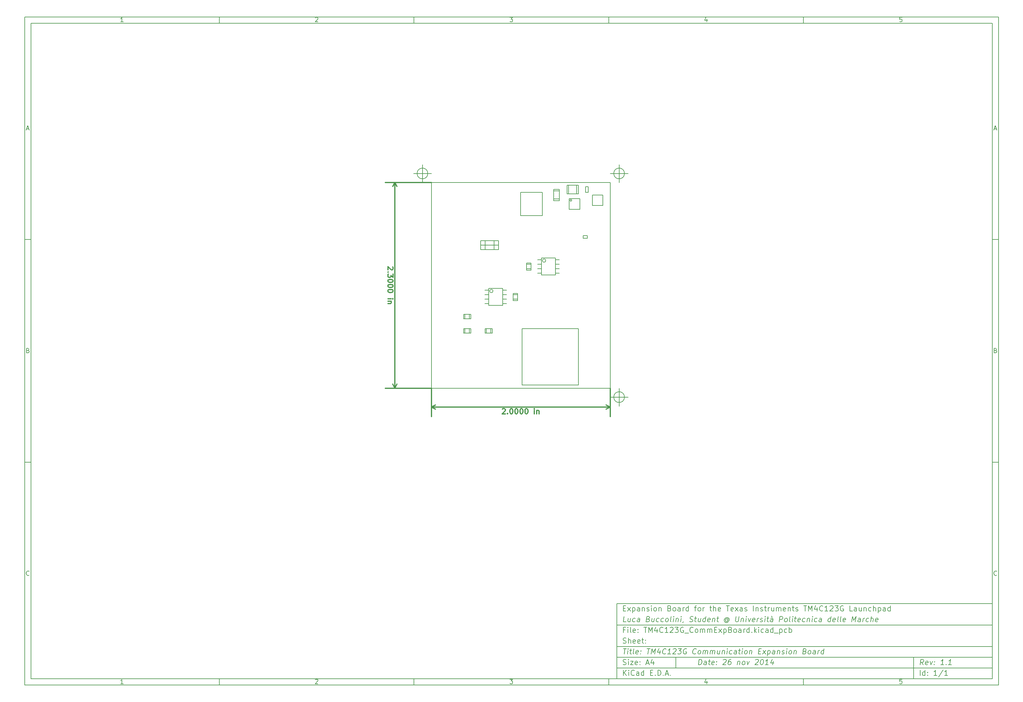
<source format=gbr>
G04 (created by PCBNEW (2013-07-07 BZR 4022)-stable) date 11/26/2014 18:45:40*
%MOIN*%
G04 Gerber Fmt 3.4, Leading zero omitted, Abs format*
%FSLAX34Y34*%
G01*
G70*
G90*
G04 APERTURE LIST*
%ADD10C,0.00590551*%
%ADD11C,0.00629921*%
%ADD12C,0.011811*%
%ADD13C,0.006*%
%ADD14C,0.005*%
%ADD15C,0.00708661*%
G04 APERTURE END LIST*
G54D10*
X4000Y-4000D02*
X112930Y-4000D01*
X112930Y-78680D01*
X4000Y-78680D01*
X4000Y-4000D01*
X4700Y-4700D02*
X112230Y-4700D01*
X112230Y-77980D01*
X4700Y-77980D01*
X4700Y-4700D01*
X25780Y-4000D02*
X25780Y-4700D01*
X15032Y-4552D02*
X14747Y-4552D01*
X14890Y-4552D02*
X14890Y-4052D01*
X14842Y-4123D01*
X14794Y-4171D01*
X14747Y-4195D01*
X25780Y-78680D02*
X25780Y-77980D01*
X15032Y-78532D02*
X14747Y-78532D01*
X14890Y-78532D02*
X14890Y-78032D01*
X14842Y-78103D01*
X14794Y-78151D01*
X14747Y-78175D01*
X47560Y-4000D02*
X47560Y-4700D01*
X36527Y-4100D02*
X36550Y-4076D01*
X36598Y-4052D01*
X36717Y-4052D01*
X36765Y-4076D01*
X36789Y-4100D01*
X36812Y-4147D01*
X36812Y-4195D01*
X36789Y-4266D01*
X36503Y-4552D01*
X36812Y-4552D01*
X47560Y-78680D02*
X47560Y-77980D01*
X36527Y-78080D02*
X36550Y-78056D01*
X36598Y-78032D01*
X36717Y-78032D01*
X36765Y-78056D01*
X36789Y-78080D01*
X36812Y-78127D01*
X36812Y-78175D01*
X36789Y-78246D01*
X36503Y-78532D01*
X36812Y-78532D01*
X69340Y-4000D02*
X69340Y-4700D01*
X58283Y-4052D02*
X58592Y-4052D01*
X58426Y-4242D01*
X58497Y-4242D01*
X58545Y-4266D01*
X58569Y-4290D01*
X58592Y-4338D01*
X58592Y-4457D01*
X58569Y-4504D01*
X58545Y-4528D01*
X58497Y-4552D01*
X58354Y-4552D01*
X58307Y-4528D01*
X58283Y-4504D01*
X69340Y-78680D02*
X69340Y-77980D01*
X58283Y-78032D02*
X58592Y-78032D01*
X58426Y-78222D01*
X58497Y-78222D01*
X58545Y-78246D01*
X58569Y-78270D01*
X58592Y-78318D01*
X58592Y-78437D01*
X58569Y-78484D01*
X58545Y-78508D01*
X58497Y-78532D01*
X58354Y-78532D01*
X58307Y-78508D01*
X58283Y-78484D01*
X91120Y-4000D02*
X91120Y-4700D01*
X80325Y-4219D02*
X80325Y-4552D01*
X80206Y-4028D02*
X80087Y-4385D01*
X80396Y-4385D01*
X91120Y-78680D02*
X91120Y-77980D01*
X80325Y-78199D02*
X80325Y-78532D01*
X80206Y-78008D02*
X80087Y-78365D01*
X80396Y-78365D01*
X102129Y-4052D02*
X101890Y-4052D01*
X101867Y-4290D01*
X101890Y-4266D01*
X101938Y-4242D01*
X102057Y-4242D01*
X102105Y-4266D01*
X102129Y-4290D01*
X102152Y-4338D01*
X102152Y-4457D01*
X102129Y-4504D01*
X102105Y-4528D01*
X102057Y-4552D01*
X101938Y-4552D01*
X101890Y-4528D01*
X101867Y-4504D01*
X102129Y-78032D02*
X101890Y-78032D01*
X101867Y-78270D01*
X101890Y-78246D01*
X101938Y-78222D01*
X102057Y-78222D01*
X102105Y-78246D01*
X102129Y-78270D01*
X102152Y-78318D01*
X102152Y-78437D01*
X102129Y-78484D01*
X102105Y-78508D01*
X102057Y-78532D01*
X101938Y-78532D01*
X101890Y-78508D01*
X101867Y-78484D01*
X4000Y-28890D02*
X4700Y-28890D01*
X4230Y-16509D02*
X4469Y-16509D01*
X4183Y-16652D02*
X4350Y-16152D01*
X4516Y-16652D01*
X112930Y-28890D02*
X112230Y-28890D01*
X112460Y-16509D02*
X112699Y-16509D01*
X112413Y-16652D02*
X112580Y-16152D01*
X112746Y-16652D01*
X4000Y-53780D02*
X4700Y-53780D01*
X4385Y-41280D02*
X4457Y-41304D01*
X4480Y-41328D01*
X4504Y-41375D01*
X4504Y-41447D01*
X4480Y-41494D01*
X4457Y-41518D01*
X4409Y-41542D01*
X4219Y-41542D01*
X4219Y-41042D01*
X4385Y-41042D01*
X4433Y-41066D01*
X4457Y-41090D01*
X4480Y-41137D01*
X4480Y-41185D01*
X4457Y-41232D01*
X4433Y-41256D01*
X4385Y-41280D01*
X4219Y-41280D01*
X112930Y-53780D02*
X112230Y-53780D01*
X112615Y-41280D02*
X112687Y-41304D01*
X112710Y-41328D01*
X112734Y-41375D01*
X112734Y-41447D01*
X112710Y-41494D01*
X112687Y-41518D01*
X112639Y-41542D01*
X112449Y-41542D01*
X112449Y-41042D01*
X112615Y-41042D01*
X112663Y-41066D01*
X112687Y-41090D01*
X112710Y-41137D01*
X112710Y-41185D01*
X112687Y-41232D01*
X112663Y-41256D01*
X112615Y-41280D01*
X112449Y-41280D01*
X4504Y-66384D02*
X4480Y-66408D01*
X4409Y-66432D01*
X4361Y-66432D01*
X4290Y-66408D01*
X4242Y-66360D01*
X4219Y-66313D01*
X4195Y-66218D01*
X4195Y-66146D01*
X4219Y-66051D01*
X4242Y-66003D01*
X4290Y-65956D01*
X4361Y-65932D01*
X4409Y-65932D01*
X4480Y-65956D01*
X4504Y-65980D01*
X112734Y-66384D02*
X112710Y-66408D01*
X112639Y-66432D01*
X112591Y-66432D01*
X112520Y-66408D01*
X112472Y-66360D01*
X112449Y-66313D01*
X112425Y-66218D01*
X112425Y-66146D01*
X112449Y-66051D01*
X112472Y-66003D01*
X112520Y-65956D01*
X112591Y-65932D01*
X112639Y-65932D01*
X112710Y-65956D01*
X112734Y-65980D01*
X79380Y-76422D02*
X79455Y-75822D01*
X79597Y-75822D01*
X79680Y-75851D01*
X79730Y-75908D01*
X79751Y-75965D01*
X79765Y-76080D01*
X79755Y-76165D01*
X79712Y-76280D01*
X79676Y-76337D01*
X79612Y-76394D01*
X79522Y-76422D01*
X79380Y-76422D01*
X80237Y-76422D02*
X80276Y-76108D01*
X80255Y-76051D01*
X80201Y-76022D01*
X80087Y-76022D01*
X80026Y-76051D01*
X80240Y-76394D02*
X80180Y-76422D01*
X80037Y-76422D01*
X79983Y-76394D01*
X79962Y-76337D01*
X79969Y-76280D01*
X80005Y-76222D01*
X80065Y-76194D01*
X80208Y-76194D01*
X80269Y-76165D01*
X80487Y-76022D02*
X80715Y-76022D01*
X80597Y-75822D02*
X80533Y-76337D01*
X80555Y-76394D01*
X80608Y-76422D01*
X80665Y-76422D01*
X81097Y-76394D02*
X81037Y-76422D01*
X80922Y-76422D01*
X80869Y-76394D01*
X80847Y-76337D01*
X80876Y-76108D01*
X80912Y-76051D01*
X80972Y-76022D01*
X81087Y-76022D01*
X81140Y-76051D01*
X81162Y-76108D01*
X81155Y-76165D01*
X80862Y-76222D01*
X81387Y-76365D02*
X81412Y-76394D01*
X81380Y-76422D01*
X81355Y-76394D01*
X81387Y-76365D01*
X81380Y-76422D01*
X81426Y-76051D02*
X81451Y-76080D01*
X81419Y-76108D01*
X81394Y-76080D01*
X81426Y-76051D01*
X81419Y-76108D01*
X82162Y-75880D02*
X82194Y-75851D01*
X82255Y-75822D01*
X82397Y-75822D01*
X82451Y-75851D01*
X82476Y-75880D01*
X82497Y-75937D01*
X82490Y-75994D01*
X82451Y-76080D01*
X82065Y-76422D01*
X82437Y-76422D01*
X83026Y-75822D02*
X82912Y-75822D01*
X82851Y-75851D01*
X82819Y-75880D01*
X82751Y-75965D01*
X82708Y-76080D01*
X82680Y-76308D01*
X82701Y-76365D01*
X82726Y-76394D01*
X82780Y-76422D01*
X82894Y-76422D01*
X82955Y-76394D01*
X82987Y-76365D01*
X83022Y-76308D01*
X83040Y-76165D01*
X83019Y-76108D01*
X82994Y-76080D01*
X82940Y-76051D01*
X82826Y-76051D01*
X82765Y-76080D01*
X82733Y-76108D01*
X82697Y-76165D01*
X83772Y-76022D02*
X83722Y-76422D01*
X83765Y-76080D02*
X83797Y-76051D01*
X83858Y-76022D01*
X83944Y-76022D01*
X83997Y-76051D01*
X84019Y-76108D01*
X83980Y-76422D01*
X84351Y-76422D02*
X84297Y-76394D01*
X84272Y-76365D01*
X84251Y-76308D01*
X84272Y-76137D01*
X84308Y-76080D01*
X84340Y-76051D01*
X84401Y-76022D01*
X84487Y-76022D01*
X84540Y-76051D01*
X84565Y-76080D01*
X84587Y-76137D01*
X84565Y-76308D01*
X84530Y-76365D01*
X84497Y-76394D01*
X84437Y-76422D01*
X84351Y-76422D01*
X84801Y-76022D02*
X84894Y-76422D01*
X85087Y-76022D01*
X85762Y-75880D02*
X85794Y-75851D01*
X85855Y-75822D01*
X85997Y-75822D01*
X86051Y-75851D01*
X86076Y-75880D01*
X86097Y-75937D01*
X86090Y-75994D01*
X86051Y-76080D01*
X85665Y-76422D01*
X86037Y-76422D01*
X86483Y-75822D02*
X86540Y-75822D01*
X86594Y-75851D01*
X86619Y-75880D01*
X86640Y-75937D01*
X86655Y-76051D01*
X86637Y-76194D01*
X86594Y-76308D01*
X86558Y-76365D01*
X86526Y-76394D01*
X86465Y-76422D01*
X86408Y-76422D01*
X86355Y-76394D01*
X86330Y-76365D01*
X86308Y-76308D01*
X86294Y-76194D01*
X86312Y-76051D01*
X86355Y-75937D01*
X86390Y-75880D01*
X86422Y-75851D01*
X86483Y-75822D01*
X87180Y-76422D02*
X86837Y-76422D01*
X87008Y-76422D02*
X87083Y-75822D01*
X87015Y-75908D01*
X86951Y-75965D01*
X86890Y-75994D01*
X87744Y-76022D02*
X87694Y-76422D01*
X87630Y-75794D02*
X87433Y-76222D01*
X87805Y-76222D01*
X70972Y-77622D02*
X70972Y-77022D01*
X71315Y-77622D02*
X71058Y-77280D01*
X71315Y-77022D02*
X70972Y-77365D01*
X71572Y-77622D02*
X71572Y-77222D01*
X71572Y-77022D02*
X71544Y-77051D01*
X71572Y-77080D01*
X71601Y-77051D01*
X71572Y-77022D01*
X71572Y-77080D01*
X72201Y-77565D02*
X72172Y-77594D01*
X72087Y-77622D01*
X72030Y-77622D01*
X71944Y-77594D01*
X71887Y-77537D01*
X71858Y-77480D01*
X71830Y-77365D01*
X71830Y-77280D01*
X71858Y-77165D01*
X71887Y-77108D01*
X71944Y-77051D01*
X72030Y-77022D01*
X72087Y-77022D01*
X72172Y-77051D01*
X72201Y-77080D01*
X72715Y-77622D02*
X72715Y-77308D01*
X72687Y-77251D01*
X72630Y-77222D01*
X72515Y-77222D01*
X72458Y-77251D01*
X72715Y-77594D02*
X72658Y-77622D01*
X72515Y-77622D01*
X72458Y-77594D01*
X72430Y-77537D01*
X72430Y-77480D01*
X72458Y-77422D01*
X72515Y-77394D01*
X72658Y-77394D01*
X72715Y-77365D01*
X73258Y-77622D02*
X73258Y-77022D01*
X73258Y-77594D02*
X73201Y-77622D01*
X73087Y-77622D01*
X73030Y-77594D01*
X73001Y-77565D01*
X72972Y-77508D01*
X72972Y-77337D01*
X73001Y-77280D01*
X73030Y-77251D01*
X73087Y-77222D01*
X73201Y-77222D01*
X73258Y-77251D01*
X74001Y-77308D02*
X74201Y-77308D01*
X74287Y-77622D02*
X74001Y-77622D01*
X74001Y-77022D01*
X74287Y-77022D01*
X74544Y-77565D02*
X74572Y-77594D01*
X74544Y-77622D01*
X74515Y-77594D01*
X74544Y-77565D01*
X74544Y-77622D01*
X74829Y-77622D02*
X74829Y-77022D01*
X74972Y-77022D01*
X75058Y-77051D01*
X75115Y-77108D01*
X75144Y-77165D01*
X75172Y-77280D01*
X75172Y-77365D01*
X75144Y-77480D01*
X75115Y-77537D01*
X75058Y-77594D01*
X74972Y-77622D01*
X74829Y-77622D01*
X75429Y-77565D02*
X75458Y-77594D01*
X75429Y-77622D01*
X75401Y-77594D01*
X75429Y-77565D01*
X75429Y-77622D01*
X75687Y-77451D02*
X75972Y-77451D01*
X75629Y-77622D02*
X75829Y-77022D01*
X76029Y-77622D01*
X76229Y-77565D02*
X76258Y-77594D01*
X76229Y-77622D01*
X76201Y-77594D01*
X76229Y-77565D01*
X76229Y-77622D01*
X104522Y-76422D02*
X104358Y-76137D01*
X104180Y-76422D02*
X104255Y-75822D01*
X104483Y-75822D01*
X104537Y-75851D01*
X104562Y-75880D01*
X104583Y-75937D01*
X104572Y-76022D01*
X104537Y-76080D01*
X104505Y-76108D01*
X104444Y-76137D01*
X104215Y-76137D01*
X105012Y-76394D02*
X104951Y-76422D01*
X104837Y-76422D01*
X104783Y-76394D01*
X104762Y-76337D01*
X104790Y-76108D01*
X104826Y-76051D01*
X104887Y-76022D01*
X105001Y-76022D01*
X105055Y-76051D01*
X105076Y-76108D01*
X105069Y-76165D01*
X104776Y-76222D01*
X105287Y-76022D02*
X105380Y-76422D01*
X105572Y-76022D01*
X105758Y-76365D02*
X105783Y-76394D01*
X105751Y-76422D01*
X105726Y-76394D01*
X105758Y-76365D01*
X105751Y-76422D01*
X105797Y-76051D02*
X105822Y-76080D01*
X105790Y-76108D01*
X105765Y-76080D01*
X105797Y-76051D01*
X105790Y-76108D01*
X106808Y-76422D02*
X106465Y-76422D01*
X106637Y-76422D02*
X106712Y-75822D01*
X106644Y-75908D01*
X106580Y-75965D01*
X106519Y-75994D01*
X107072Y-76365D02*
X107097Y-76394D01*
X107065Y-76422D01*
X107040Y-76394D01*
X107072Y-76365D01*
X107065Y-76422D01*
X107665Y-76422D02*
X107322Y-76422D01*
X107494Y-76422D02*
X107569Y-75822D01*
X107501Y-75908D01*
X107437Y-75965D01*
X107376Y-75994D01*
X70944Y-76394D02*
X71030Y-76422D01*
X71172Y-76422D01*
X71230Y-76394D01*
X71258Y-76365D01*
X71287Y-76308D01*
X71287Y-76251D01*
X71258Y-76194D01*
X71230Y-76165D01*
X71172Y-76137D01*
X71058Y-76108D01*
X71001Y-76080D01*
X70972Y-76051D01*
X70944Y-75994D01*
X70944Y-75937D01*
X70972Y-75880D01*
X71001Y-75851D01*
X71058Y-75822D01*
X71201Y-75822D01*
X71287Y-75851D01*
X71544Y-76422D02*
X71544Y-76022D01*
X71544Y-75822D02*
X71515Y-75851D01*
X71544Y-75880D01*
X71572Y-75851D01*
X71544Y-75822D01*
X71544Y-75880D01*
X71772Y-76022D02*
X72087Y-76022D01*
X71772Y-76422D01*
X72087Y-76422D01*
X72544Y-76394D02*
X72487Y-76422D01*
X72372Y-76422D01*
X72315Y-76394D01*
X72287Y-76337D01*
X72287Y-76108D01*
X72315Y-76051D01*
X72372Y-76022D01*
X72487Y-76022D01*
X72544Y-76051D01*
X72572Y-76108D01*
X72572Y-76165D01*
X72287Y-76222D01*
X72830Y-76365D02*
X72858Y-76394D01*
X72830Y-76422D01*
X72801Y-76394D01*
X72830Y-76365D01*
X72830Y-76422D01*
X72830Y-76051D02*
X72858Y-76080D01*
X72830Y-76108D01*
X72801Y-76080D01*
X72830Y-76051D01*
X72830Y-76108D01*
X73544Y-76251D02*
X73830Y-76251D01*
X73487Y-76422D02*
X73687Y-75822D01*
X73887Y-76422D01*
X74344Y-76022D02*
X74344Y-76422D01*
X74201Y-75794D02*
X74058Y-76222D01*
X74430Y-76222D01*
X104172Y-77622D02*
X104172Y-77022D01*
X104715Y-77622D02*
X104715Y-77022D01*
X104715Y-77594D02*
X104658Y-77622D01*
X104544Y-77622D01*
X104487Y-77594D01*
X104458Y-77565D01*
X104430Y-77508D01*
X104430Y-77337D01*
X104458Y-77280D01*
X104487Y-77251D01*
X104544Y-77222D01*
X104658Y-77222D01*
X104715Y-77251D01*
X105001Y-77565D02*
X105030Y-77594D01*
X105001Y-77622D01*
X104972Y-77594D01*
X105001Y-77565D01*
X105001Y-77622D01*
X105001Y-77251D02*
X105030Y-77280D01*
X105001Y-77308D01*
X104972Y-77280D01*
X105001Y-77251D01*
X105001Y-77308D01*
X106058Y-77622D02*
X105715Y-77622D01*
X105887Y-77622D02*
X105887Y-77022D01*
X105829Y-77108D01*
X105772Y-77165D01*
X105715Y-77194D01*
X106744Y-76994D02*
X106230Y-77765D01*
X107258Y-77622D02*
X106915Y-77622D01*
X107087Y-77622D02*
X107087Y-77022D01*
X107029Y-77108D01*
X106972Y-77165D01*
X106915Y-77194D01*
X70969Y-74622D02*
X71312Y-74622D01*
X71065Y-75222D02*
X71140Y-74622D01*
X71437Y-75222D02*
X71487Y-74822D01*
X71512Y-74622D02*
X71480Y-74651D01*
X71505Y-74680D01*
X71537Y-74651D01*
X71512Y-74622D01*
X71505Y-74680D01*
X71687Y-74822D02*
X71915Y-74822D01*
X71797Y-74622D02*
X71733Y-75137D01*
X71755Y-75194D01*
X71808Y-75222D01*
X71865Y-75222D01*
X72151Y-75222D02*
X72097Y-75194D01*
X72076Y-75137D01*
X72140Y-74622D01*
X72612Y-75194D02*
X72551Y-75222D01*
X72437Y-75222D01*
X72383Y-75194D01*
X72362Y-75137D01*
X72390Y-74908D01*
X72426Y-74851D01*
X72487Y-74822D01*
X72601Y-74822D01*
X72655Y-74851D01*
X72676Y-74908D01*
X72669Y-74965D01*
X72376Y-75022D01*
X72901Y-75165D02*
X72926Y-75194D01*
X72894Y-75222D01*
X72869Y-75194D01*
X72901Y-75165D01*
X72894Y-75222D01*
X72940Y-74851D02*
X72965Y-74880D01*
X72933Y-74908D01*
X72908Y-74880D01*
X72940Y-74851D01*
X72933Y-74908D01*
X73626Y-74622D02*
X73969Y-74622D01*
X73722Y-75222D02*
X73797Y-74622D01*
X74094Y-75222D02*
X74169Y-74622D01*
X74315Y-75051D01*
X74569Y-74622D01*
X74494Y-75222D01*
X75087Y-74822D02*
X75037Y-75222D01*
X74972Y-74594D02*
X74776Y-75022D01*
X75147Y-75022D01*
X75701Y-75165D02*
X75669Y-75194D01*
X75580Y-75222D01*
X75522Y-75222D01*
X75440Y-75194D01*
X75390Y-75137D01*
X75369Y-75080D01*
X75355Y-74965D01*
X75365Y-74880D01*
X75408Y-74765D01*
X75444Y-74708D01*
X75508Y-74651D01*
X75597Y-74622D01*
X75655Y-74622D01*
X75737Y-74651D01*
X75762Y-74680D01*
X76265Y-75222D02*
X75922Y-75222D01*
X76094Y-75222D02*
X76169Y-74622D01*
X76101Y-74708D01*
X76037Y-74765D01*
X75976Y-74794D01*
X76562Y-74680D02*
X76594Y-74651D01*
X76655Y-74622D01*
X76797Y-74622D01*
X76851Y-74651D01*
X76876Y-74680D01*
X76897Y-74737D01*
X76890Y-74794D01*
X76851Y-74880D01*
X76465Y-75222D01*
X76837Y-75222D01*
X77112Y-74622D02*
X77483Y-74622D01*
X77255Y-74851D01*
X77340Y-74851D01*
X77394Y-74880D01*
X77419Y-74908D01*
X77440Y-74965D01*
X77422Y-75108D01*
X77387Y-75165D01*
X77355Y-75194D01*
X77294Y-75222D01*
X77122Y-75222D01*
X77069Y-75194D01*
X77044Y-75165D01*
X78051Y-74651D02*
X77997Y-74622D01*
X77912Y-74622D01*
X77822Y-74651D01*
X77758Y-74708D01*
X77722Y-74765D01*
X77680Y-74880D01*
X77669Y-74965D01*
X77683Y-75080D01*
X77705Y-75137D01*
X77755Y-75194D01*
X77837Y-75222D01*
X77894Y-75222D01*
X77983Y-75194D01*
X78015Y-75165D01*
X78040Y-74965D01*
X77926Y-74965D01*
X79072Y-75165D02*
X79040Y-75194D01*
X78951Y-75222D01*
X78894Y-75222D01*
X78812Y-75194D01*
X78762Y-75137D01*
X78740Y-75080D01*
X78726Y-74965D01*
X78737Y-74880D01*
X78780Y-74765D01*
X78815Y-74708D01*
X78880Y-74651D01*
X78969Y-74622D01*
X79026Y-74622D01*
X79108Y-74651D01*
X79133Y-74680D01*
X79408Y-75222D02*
X79355Y-75194D01*
X79330Y-75165D01*
X79308Y-75108D01*
X79330Y-74937D01*
X79365Y-74880D01*
X79397Y-74851D01*
X79458Y-74822D01*
X79544Y-74822D01*
X79597Y-74851D01*
X79622Y-74880D01*
X79644Y-74937D01*
X79622Y-75108D01*
X79587Y-75165D01*
X79555Y-75194D01*
X79494Y-75222D01*
X79408Y-75222D01*
X79865Y-75222D02*
X79915Y-74822D01*
X79908Y-74880D02*
X79940Y-74851D01*
X80001Y-74822D01*
X80087Y-74822D01*
X80140Y-74851D01*
X80162Y-74908D01*
X80122Y-75222D01*
X80162Y-74908D02*
X80197Y-74851D01*
X80258Y-74822D01*
X80344Y-74822D01*
X80397Y-74851D01*
X80419Y-74908D01*
X80380Y-75222D01*
X80665Y-75222D02*
X80715Y-74822D01*
X80708Y-74880D02*
X80740Y-74851D01*
X80801Y-74822D01*
X80887Y-74822D01*
X80940Y-74851D01*
X80962Y-74908D01*
X80922Y-75222D01*
X80962Y-74908D02*
X80997Y-74851D01*
X81058Y-74822D01*
X81144Y-74822D01*
X81197Y-74851D01*
X81219Y-74908D01*
X81180Y-75222D01*
X81772Y-74822D02*
X81722Y-75222D01*
X81515Y-74822D02*
X81476Y-75137D01*
X81497Y-75194D01*
X81551Y-75222D01*
X81637Y-75222D01*
X81697Y-75194D01*
X81730Y-75165D01*
X82058Y-74822D02*
X82008Y-75222D01*
X82051Y-74880D02*
X82083Y-74851D01*
X82144Y-74822D01*
X82230Y-74822D01*
X82283Y-74851D01*
X82305Y-74908D01*
X82265Y-75222D01*
X82551Y-75222D02*
X82601Y-74822D01*
X82626Y-74622D02*
X82594Y-74651D01*
X82619Y-74680D01*
X82651Y-74651D01*
X82626Y-74622D01*
X82619Y-74680D01*
X83097Y-75194D02*
X83037Y-75222D01*
X82922Y-75222D01*
X82869Y-75194D01*
X82844Y-75165D01*
X82822Y-75108D01*
X82844Y-74937D01*
X82880Y-74880D01*
X82912Y-74851D01*
X82972Y-74822D01*
X83087Y-74822D01*
X83140Y-74851D01*
X83608Y-75222D02*
X83647Y-74908D01*
X83626Y-74851D01*
X83572Y-74822D01*
X83458Y-74822D01*
X83397Y-74851D01*
X83612Y-75194D02*
X83551Y-75222D01*
X83408Y-75222D01*
X83355Y-75194D01*
X83333Y-75137D01*
X83340Y-75080D01*
X83376Y-75022D01*
X83437Y-74994D01*
X83580Y-74994D01*
X83640Y-74965D01*
X83858Y-74822D02*
X84087Y-74822D01*
X83969Y-74622D02*
X83905Y-75137D01*
X83926Y-75194D01*
X83980Y-75222D01*
X84037Y-75222D01*
X84237Y-75222D02*
X84287Y-74822D01*
X84312Y-74622D02*
X84280Y-74651D01*
X84305Y-74680D01*
X84337Y-74651D01*
X84312Y-74622D01*
X84305Y-74680D01*
X84608Y-75222D02*
X84555Y-75194D01*
X84530Y-75165D01*
X84508Y-75108D01*
X84530Y-74937D01*
X84565Y-74880D01*
X84597Y-74851D01*
X84658Y-74822D01*
X84744Y-74822D01*
X84797Y-74851D01*
X84822Y-74880D01*
X84844Y-74937D01*
X84822Y-75108D01*
X84787Y-75165D01*
X84755Y-75194D01*
X84694Y-75222D01*
X84608Y-75222D01*
X85115Y-74822D02*
X85065Y-75222D01*
X85108Y-74880D02*
X85140Y-74851D01*
X85201Y-74822D01*
X85287Y-74822D01*
X85340Y-74851D01*
X85362Y-74908D01*
X85322Y-75222D01*
X86105Y-74908D02*
X86305Y-74908D01*
X86351Y-75222D02*
X86065Y-75222D01*
X86140Y-74622D01*
X86426Y-74622D01*
X86551Y-75222D02*
X86915Y-74822D01*
X86601Y-74822D02*
X86865Y-75222D01*
X87144Y-74822D02*
X87069Y-75422D01*
X87140Y-74851D02*
X87201Y-74822D01*
X87315Y-74822D01*
X87369Y-74851D01*
X87394Y-74880D01*
X87415Y-74937D01*
X87394Y-75108D01*
X87358Y-75165D01*
X87326Y-75194D01*
X87265Y-75222D01*
X87151Y-75222D01*
X87097Y-75194D01*
X87894Y-75222D02*
X87933Y-74908D01*
X87912Y-74851D01*
X87858Y-74822D01*
X87744Y-74822D01*
X87683Y-74851D01*
X87897Y-75194D02*
X87837Y-75222D01*
X87694Y-75222D01*
X87640Y-75194D01*
X87619Y-75137D01*
X87626Y-75080D01*
X87662Y-75022D01*
X87722Y-74994D01*
X87865Y-74994D01*
X87926Y-74965D01*
X88230Y-74822D02*
X88180Y-75222D01*
X88222Y-74880D02*
X88255Y-74851D01*
X88315Y-74822D01*
X88401Y-74822D01*
X88455Y-74851D01*
X88476Y-74908D01*
X88437Y-75222D01*
X88697Y-75194D02*
X88751Y-75222D01*
X88865Y-75222D01*
X88926Y-75194D01*
X88962Y-75137D01*
X88965Y-75108D01*
X88944Y-75051D01*
X88890Y-75022D01*
X88805Y-75022D01*
X88751Y-74994D01*
X88730Y-74937D01*
X88733Y-74908D01*
X88769Y-74851D01*
X88830Y-74822D01*
X88915Y-74822D01*
X88969Y-74851D01*
X89208Y-75222D02*
X89258Y-74822D01*
X89283Y-74622D02*
X89251Y-74651D01*
X89276Y-74680D01*
X89308Y-74651D01*
X89283Y-74622D01*
X89276Y-74680D01*
X89579Y-75222D02*
X89526Y-75194D01*
X89501Y-75165D01*
X89480Y-75108D01*
X89501Y-74937D01*
X89537Y-74880D01*
X89569Y-74851D01*
X89629Y-74822D01*
X89715Y-74822D01*
X89769Y-74851D01*
X89794Y-74880D01*
X89815Y-74937D01*
X89794Y-75108D01*
X89758Y-75165D01*
X89726Y-75194D01*
X89665Y-75222D01*
X89579Y-75222D01*
X90087Y-74822D02*
X90037Y-75222D01*
X90079Y-74880D02*
X90112Y-74851D01*
X90172Y-74822D01*
X90258Y-74822D01*
X90312Y-74851D01*
X90333Y-74908D01*
X90294Y-75222D01*
X91276Y-74908D02*
X91358Y-74937D01*
X91383Y-74965D01*
X91404Y-75022D01*
X91394Y-75108D01*
X91358Y-75165D01*
X91326Y-75194D01*
X91265Y-75222D01*
X91037Y-75222D01*
X91112Y-74622D01*
X91312Y-74622D01*
X91365Y-74651D01*
X91390Y-74680D01*
X91412Y-74737D01*
X91404Y-74794D01*
X91369Y-74851D01*
X91337Y-74880D01*
X91276Y-74908D01*
X91076Y-74908D01*
X91722Y-75222D02*
X91669Y-75194D01*
X91644Y-75165D01*
X91622Y-75108D01*
X91644Y-74937D01*
X91679Y-74880D01*
X91712Y-74851D01*
X91772Y-74822D01*
X91858Y-74822D01*
X91912Y-74851D01*
X91937Y-74880D01*
X91958Y-74937D01*
X91937Y-75108D01*
X91901Y-75165D01*
X91869Y-75194D01*
X91808Y-75222D01*
X91722Y-75222D01*
X92437Y-75222D02*
X92476Y-74908D01*
X92454Y-74851D01*
X92401Y-74822D01*
X92287Y-74822D01*
X92226Y-74851D01*
X92440Y-75194D02*
X92379Y-75222D01*
X92237Y-75222D01*
X92183Y-75194D01*
X92162Y-75137D01*
X92169Y-75080D01*
X92204Y-75022D01*
X92265Y-74994D01*
X92408Y-74994D01*
X92469Y-74965D01*
X92722Y-75222D02*
X92772Y-74822D01*
X92758Y-74937D02*
X92794Y-74880D01*
X92826Y-74851D01*
X92887Y-74822D01*
X92944Y-74822D01*
X93351Y-75222D02*
X93426Y-74622D01*
X93354Y-75194D02*
X93294Y-75222D01*
X93179Y-75222D01*
X93126Y-75194D01*
X93101Y-75165D01*
X93080Y-75108D01*
X93101Y-74937D01*
X93137Y-74880D01*
X93169Y-74851D01*
X93229Y-74822D01*
X93344Y-74822D01*
X93397Y-74851D01*
X71172Y-72508D02*
X70972Y-72508D01*
X70972Y-72822D02*
X70972Y-72222D01*
X71258Y-72222D01*
X71487Y-72822D02*
X71487Y-72422D01*
X71487Y-72222D02*
X71458Y-72251D01*
X71487Y-72280D01*
X71515Y-72251D01*
X71487Y-72222D01*
X71487Y-72280D01*
X71858Y-72822D02*
X71801Y-72794D01*
X71772Y-72737D01*
X71772Y-72222D01*
X72315Y-72794D02*
X72258Y-72822D01*
X72144Y-72822D01*
X72087Y-72794D01*
X72058Y-72737D01*
X72058Y-72508D01*
X72087Y-72451D01*
X72144Y-72422D01*
X72258Y-72422D01*
X72315Y-72451D01*
X72344Y-72508D01*
X72344Y-72565D01*
X72058Y-72622D01*
X72601Y-72765D02*
X72630Y-72794D01*
X72601Y-72822D01*
X72572Y-72794D01*
X72601Y-72765D01*
X72601Y-72822D01*
X72601Y-72451D02*
X72630Y-72480D01*
X72601Y-72508D01*
X72572Y-72480D01*
X72601Y-72451D01*
X72601Y-72508D01*
X73258Y-72222D02*
X73601Y-72222D01*
X73430Y-72822D02*
X73430Y-72222D01*
X73801Y-72822D02*
X73801Y-72222D01*
X74001Y-72651D01*
X74201Y-72222D01*
X74201Y-72822D01*
X74744Y-72422D02*
X74744Y-72822D01*
X74601Y-72194D02*
X74458Y-72622D01*
X74830Y-72622D01*
X75401Y-72765D02*
X75372Y-72794D01*
X75287Y-72822D01*
X75230Y-72822D01*
X75144Y-72794D01*
X75087Y-72737D01*
X75058Y-72680D01*
X75030Y-72565D01*
X75030Y-72480D01*
X75058Y-72365D01*
X75087Y-72308D01*
X75144Y-72251D01*
X75230Y-72222D01*
X75287Y-72222D01*
X75372Y-72251D01*
X75401Y-72280D01*
X75972Y-72822D02*
X75630Y-72822D01*
X75801Y-72822D02*
X75801Y-72222D01*
X75744Y-72308D01*
X75687Y-72365D01*
X75630Y-72394D01*
X76201Y-72280D02*
X76230Y-72251D01*
X76287Y-72222D01*
X76430Y-72222D01*
X76487Y-72251D01*
X76515Y-72280D01*
X76544Y-72337D01*
X76544Y-72394D01*
X76515Y-72480D01*
X76172Y-72822D01*
X76544Y-72822D01*
X76744Y-72222D02*
X77115Y-72222D01*
X76915Y-72451D01*
X77001Y-72451D01*
X77058Y-72480D01*
X77087Y-72508D01*
X77115Y-72565D01*
X77115Y-72708D01*
X77087Y-72765D01*
X77058Y-72794D01*
X77001Y-72822D01*
X76830Y-72822D01*
X76772Y-72794D01*
X76744Y-72765D01*
X77687Y-72251D02*
X77630Y-72222D01*
X77544Y-72222D01*
X77458Y-72251D01*
X77401Y-72308D01*
X77372Y-72365D01*
X77344Y-72480D01*
X77344Y-72565D01*
X77372Y-72680D01*
X77401Y-72737D01*
X77458Y-72794D01*
X77544Y-72822D01*
X77601Y-72822D01*
X77687Y-72794D01*
X77715Y-72765D01*
X77715Y-72565D01*
X77601Y-72565D01*
X77830Y-72880D02*
X78287Y-72880D01*
X78772Y-72765D02*
X78744Y-72794D01*
X78658Y-72822D01*
X78601Y-72822D01*
X78515Y-72794D01*
X78458Y-72737D01*
X78430Y-72680D01*
X78401Y-72565D01*
X78401Y-72480D01*
X78430Y-72365D01*
X78458Y-72308D01*
X78515Y-72251D01*
X78601Y-72222D01*
X78658Y-72222D01*
X78744Y-72251D01*
X78772Y-72280D01*
X79115Y-72822D02*
X79058Y-72794D01*
X79030Y-72765D01*
X79001Y-72708D01*
X79001Y-72537D01*
X79030Y-72480D01*
X79058Y-72451D01*
X79115Y-72422D01*
X79201Y-72422D01*
X79258Y-72451D01*
X79287Y-72480D01*
X79315Y-72537D01*
X79315Y-72708D01*
X79287Y-72765D01*
X79258Y-72794D01*
X79201Y-72822D01*
X79115Y-72822D01*
X79572Y-72822D02*
X79572Y-72422D01*
X79572Y-72480D02*
X79601Y-72451D01*
X79658Y-72422D01*
X79744Y-72422D01*
X79801Y-72451D01*
X79830Y-72508D01*
X79830Y-72822D01*
X79830Y-72508D02*
X79858Y-72451D01*
X79915Y-72422D01*
X80001Y-72422D01*
X80058Y-72451D01*
X80087Y-72508D01*
X80087Y-72822D01*
X80372Y-72822D02*
X80372Y-72422D01*
X80372Y-72480D02*
X80401Y-72451D01*
X80458Y-72422D01*
X80544Y-72422D01*
X80601Y-72451D01*
X80630Y-72508D01*
X80630Y-72822D01*
X80630Y-72508D02*
X80658Y-72451D01*
X80715Y-72422D01*
X80801Y-72422D01*
X80858Y-72451D01*
X80887Y-72508D01*
X80887Y-72822D01*
X81172Y-72508D02*
X81372Y-72508D01*
X81458Y-72822D02*
X81172Y-72822D01*
X81172Y-72222D01*
X81458Y-72222D01*
X81658Y-72822D02*
X81972Y-72422D01*
X81658Y-72422D02*
X81972Y-72822D01*
X82201Y-72422D02*
X82201Y-73022D01*
X82201Y-72451D02*
X82258Y-72422D01*
X82372Y-72422D01*
X82430Y-72451D01*
X82458Y-72480D01*
X82487Y-72537D01*
X82487Y-72708D01*
X82458Y-72765D01*
X82430Y-72794D01*
X82372Y-72822D01*
X82258Y-72822D01*
X82201Y-72794D01*
X82944Y-72508D02*
X83030Y-72537D01*
X83058Y-72565D01*
X83087Y-72622D01*
X83087Y-72708D01*
X83058Y-72765D01*
X83030Y-72794D01*
X82972Y-72822D01*
X82744Y-72822D01*
X82744Y-72222D01*
X82944Y-72222D01*
X83001Y-72251D01*
X83030Y-72280D01*
X83058Y-72337D01*
X83058Y-72394D01*
X83030Y-72451D01*
X83001Y-72480D01*
X82944Y-72508D01*
X82744Y-72508D01*
X83430Y-72822D02*
X83372Y-72794D01*
X83344Y-72765D01*
X83315Y-72708D01*
X83315Y-72537D01*
X83344Y-72480D01*
X83372Y-72451D01*
X83430Y-72422D01*
X83515Y-72422D01*
X83572Y-72451D01*
X83601Y-72480D01*
X83630Y-72537D01*
X83630Y-72708D01*
X83601Y-72765D01*
X83572Y-72794D01*
X83515Y-72822D01*
X83430Y-72822D01*
X84144Y-72822D02*
X84144Y-72508D01*
X84115Y-72451D01*
X84058Y-72422D01*
X83944Y-72422D01*
X83887Y-72451D01*
X84144Y-72794D02*
X84087Y-72822D01*
X83944Y-72822D01*
X83887Y-72794D01*
X83858Y-72737D01*
X83858Y-72680D01*
X83887Y-72622D01*
X83944Y-72594D01*
X84087Y-72594D01*
X84144Y-72565D01*
X84430Y-72822D02*
X84430Y-72422D01*
X84430Y-72537D02*
X84458Y-72480D01*
X84487Y-72451D01*
X84544Y-72422D01*
X84601Y-72422D01*
X85058Y-72822D02*
X85058Y-72222D01*
X85058Y-72794D02*
X85001Y-72822D01*
X84887Y-72822D01*
X84830Y-72794D01*
X84801Y-72765D01*
X84772Y-72708D01*
X84772Y-72537D01*
X84801Y-72480D01*
X84830Y-72451D01*
X84887Y-72422D01*
X85001Y-72422D01*
X85058Y-72451D01*
X85344Y-72765D02*
X85372Y-72794D01*
X85344Y-72822D01*
X85315Y-72794D01*
X85344Y-72765D01*
X85344Y-72822D01*
X85630Y-72822D02*
X85630Y-72222D01*
X85687Y-72594D02*
X85858Y-72822D01*
X85858Y-72422D02*
X85630Y-72651D01*
X86115Y-72822D02*
X86115Y-72422D01*
X86115Y-72222D02*
X86087Y-72251D01*
X86115Y-72280D01*
X86144Y-72251D01*
X86115Y-72222D01*
X86115Y-72280D01*
X86658Y-72794D02*
X86601Y-72822D01*
X86487Y-72822D01*
X86430Y-72794D01*
X86401Y-72765D01*
X86372Y-72708D01*
X86372Y-72537D01*
X86401Y-72480D01*
X86430Y-72451D01*
X86487Y-72422D01*
X86601Y-72422D01*
X86658Y-72451D01*
X87172Y-72822D02*
X87172Y-72508D01*
X87144Y-72451D01*
X87087Y-72422D01*
X86972Y-72422D01*
X86915Y-72451D01*
X87172Y-72794D02*
X87115Y-72822D01*
X86972Y-72822D01*
X86915Y-72794D01*
X86887Y-72737D01*
X86887Y-72680D01*
X86915Y-72622D01*
X86972Y-72594D01*
X87115Y-72594D01*
X87172Y-72565D01*
X87715Y-72822D02*
X87715Y-72222D01*
X87715Y-72794D02*
X87658Y-72822D01*
X87544Y-72822D01*
X87487Y-72794D01*
X87458Y-72765D01*
X87430Y-72708D01*
X87430Y-72537D01*
X87458Y-72480D01*
X87487Y-72451D01*
X87544Y-72422D01*
X87658Y-72422D01*
X87715Y-72451D01*
X87858Y-72880D02*
X88315Y-72880D01*
X88458Y-72422D02*
X88458Y-73022D01*
X88458Y-72451D02*
X88515Y-72422D01*
X88630Y-72422D01*
X88687Y-72451D01*
X88715Y-72480D01*
X88744Y-72537D01*
X88744Y-72708D01*
X88715Y-72765D01*
X88687Y-72794D01*
X88630Y-72822D01*
X88515Y-72822D01*
X88458Y-72794D01*
X89258Y-72794D02*
X89201Y-72822D01*
X89087Y-72822D01*
X89030Y-72794D01*
X89001Y-72765D01*
X88972Y-72708D01*
X88972Y-72537D01*
X89001Y-72480D01*
X89030Y-72451D01*
X89087Y-72422D01*
X89201Y-72422D01*
X89258Y-72451D01*
X89515Y-72822D02*
X89515Y-72222D01*
X89515Y-72451D02*
X89572Y-72422D01*
X89687Y-72422D01*
X89744Y-72451D01*
X89772Y-72480D01*
X89801Y-72537D01*
X89801Y-72708D01*
X89772Y-72765D01*
X89744Y-72794D01*
X89687Y-72822D01*
X89572Y-72822D01*
X89515Y-72794D01*
X70944Y-73994D02*
X71030Y-74022D01*
X71172Y-74022D01*
X71230Y-73994D01*
X71258Y-73965D01*
X71287Y-73908D01*
X71287Y-73851D01*
X71258Y-73794D01*
X71230Y-73765D01*
X71172Y-73737D01*
X71058Y-73708D01*
X71001Y-73680D01*
X70972Y-73651D01*
X70944Y-73594D01*
X70944Y-73537D01*
X70972Y-73480D01*
X71001Y-73451D01*
X71058Y-73422D01*
X71201Y-73422D01*
X71287Y-73451D01*
X71544Y-74022D02*
X71544Y-73422D01*
X71801Y-74022D02*
X71801Y-73708D01*
X71772Y-73651D01*
X71715Y-73622D01*
X71630Y-73622D01*
X71572Y-73651D01*
X71544Y-73680D01*
X72315Y-73994D02*
X72258Y-74022D01*
X72144Y-74022D01*
X72087Y-73994D01*
X72058Y-73937D01*
X72058Y-73708D01*
X72087Y-73651D01*
X72144Y-73622D01*
X72258Y-73622D01*
X72315Y-73651D01*
X72344Y-73708D01*
X72344Y-73765D01*
X72058Y-73822D01*
X72830Y-73994D02*
X72772Y-74022D01*
X72658Y-74022D01*
X72601Y-73994D01*
X72572Y-73937D01*
X72572Y-73708D01*
X72601Y-73651D01*
X72658Y-73622D01*
X72772Y-73622D01*
X72830Y-73651D01*
X72858Y-73708D01*
X72858Y-73765D01*
X72572Y-73822D01*
X73030Y-73622D02*
X73258Y-73622D01*
X73115Y-73422D02*
X73115Y-73937D01*
X73144Y-73994D01*
X73201Y-74022D01*
X73258Y-74022D01*
X73458Y-73965D02*
X73487Y-73994D01*
X73458Y-74022D01*
X73430Y-73994D01*
X73458Y-73965D01*
X73458Y-74022D01*
X73458Y-73651D02*
X73487Y-73680D01*
X73458Y-73708D01*
X73430Y-73680D01*
X73458Y-73651D01*
X73458Y-73708D01*
X71265Y-71622D02*
X70980Y-71622D01*
X71055Y-71022D01*
X71772Y-71222D02*
X71722Y-71622D01*
X71515Y-71222D02*
X71476Y-71537D01*
X71497Y-71594D01*
X71551Y-71622D01*
X71637Y-71622D01*
X71697Y-71594D01*
X71730Y-71565D01*
X72269Y-71594D02*
X72208Y-71622D01*
X72094Y-71622D01*
X72040Y-71594D01*
X72015Y-71565D01*
X71994Y-71508D01*
X72015Y-71337D01*
X72051Y-71280D01*
X72083Y-71251D01*
X72144Y-71222D01*
X72258Y-71222D01*
X72312Y-71251D01*
X72780Y-71622D02*
X72819Y-71308D01*
X72797Y-71251D01*
X72744Y-71222D01*
X72630Y-71222D01*
X72569Y-71251D01*
X72783Y-71594D02*
X72722Y-71622D01*
X72580Y-71622D01*
X72526Y-71594D01*
X72505Y-71537D01*
X72512Y-71480D01*
X72547Y-71422D01*
X72608Y-71394D01*
X72751Y-71394D01*
X72812Y-71365D01*
X73762Y-71308D02*
X73844Y-71337D01*
X73869Y-71365D01*
X73890Y-71422D01*
X73880Y-71508D01*
X73844Y-71565D01*
X73812Y-71594D01*
X73751Y-71622D01*
X73522Y-71622D01*
X73597Y-71022D01*
X73797Y-71022D01*
X73851Y-71051D01*
X73876Y-71080D01*
X73897Y-71137D01*
X73890Y-71194D01*
X73854Y-71251D01*
X73822Y-71280D01*
X73762Y-71308D01*
X73562Y-71308D01*
X74430Y-71222D02*
X74380Y-71622D01*
X74172Y-71222D02*
X74133Y-71537D01*
X74155Y-71594D01*
X74208Y-71622D01*
X74294Y-71622D01*
X74355Y-71594D01*
X74387Y-71565D01*
X74926Y-71594D02*
X74865Y-71622D01*
X74751Y-71622D01*
X74697Y-71594D01*
X74672Y-71565D01*
X74651Y-71508D01*
X74672Y-71337D01*
X74708Y-71280D01*
X74740Y-71251D01*
X74801Y-71222D01*
X74915Y-71222D01*
X74969Y-71251D01*
X75440Y-71594D02*
X75380Y-71622D01*
X75265Y-71622D01*
X75212Y-71594D01*
X75187Y-71565D01*
X75165Y-71508D01*
X75187Y-71337D01*
X75222Y-71280D01*
X75255Y-71251D01*
X75315Y-71222D01*
X75430Y-71222D01*
X75483Y-71251D01*
X75780Y-71622D02*
X75726Y-71594D01*
X75701Y-71565D01*
X75680Y-71508D01*
X75701Y-71337D01*
X75737Y-71280D01*
X75769Y-71251D01*
X75830Y-71222D01*
X75915Y-71222D01*
X75969Y-71251D01*
X75994Y-71280D01*
X76015Y-71337D01*
X75994Y-71508D01*
X75958Y-71565D01*
X75926Y-71594D01*
X75865Y-71622D01*
X75780Y-71622D01*
X76322Y-71622D02*
X76269Y-71594D01*
X76247Y-71537D01*
X76312Y-71022D01*
X76551Y-71622D02*
X76601Y-71222D01*
X76626Y-71022D02*
X76594Y-71051D01*
X76619Y-71080D01*
X76651Y-71051D01*
X76626Y-71022D01*
X76619Y-71080D01*
X76887Y-71222D02*
X76837Y-71622D01*
X76880Y-71280D02*
X76912Y-71251D01*
X76972Y-71222D01*
X77058Y-71222D01*
X77112Y-71251D01*
X77133Y-71308D01*
X77094Y-71622D01*
X77380Y-71622D02*
X77430Y-71222D01*
X77455Y-71022D02*
X77422Y-71051D01*
X77447Y-71080D01*
X77480Y-71051D01*
X77455Y-71022D01*
X77447Y-71080D01*
X77697Y-71594D02*
X77694Y-71622D01*
X77658Y-71680D01*
X77626Y-71708D01*
X78383Y-71594D02*
X78465Y-71622D01*
X78608Y-71622D01*
X78669Y-71594D01*
X78701Y-71565D01*
X78737Y-71508D01*
X78744Y-71451D01*
X78722Y-71394D01*
X78697Y-71365D01*
X78644Y-71337D01*
X78533Y-71308D01*
X78480Y-71280D01*
X78454Y-71251D01*
X78433Y-71194D01*
X78440Y-71137D01*
X78476Y-71080D01*
X78508Y-71051D01*
X78569Y-71022D01*
X78712Y-71022D01*
X78794Y-71051D01*
X78944Y-71222D02*
X79172Y-71222D01*
X79055Y-71022D02*
X78990Y-71537D01*
X79012Y-71594D01*
X79065Y-71622D01*
X79122Y-71622D01*
X79630Y-71222D02*
X79580Y-71622D01*
X79372Y-71222D02*
X79333Y-71537D01*
X79355Y-71594D01*
X79408Y-71622D01*
X79494Y-71622D01*
X79555Y-71594D01*
X79587Y-71565D01*
X80122Y-71622D02*
X80197Y-71022D01*
X80126Y-71594D02*
X80065Y-71622D01*
X79951Y-71622D01*
X79897Y-71594D01*
X79872Y-71565D01*
X79851Y-71508D01*
X79872Y-71337D01*
X79908Y-71280D01*
X79940Y-71251D01*
X80001Y-71222D01*
X80115Y-71222D01*
X80169Y-71251D01*
X80640Y-71594D02*
X80580Y-71622D01*
X80465Y-71622D01*
X80412Y-71594D01*
X80390Y-71537D01*
X80419Y-71308D01*
X80454Y-71251D01*
X80515Y-71222D01*
X80630Y-71222D01*
X80683Y-71251D01*
X80705Y-71308D01*
X80697Y-71365D01*
X80405Y-71422D01*
X80972Y-71222D02*
X80922Y-71622D01*
X80965Y-71280D02*
X80997Y-71251D01*
X81058Y-71222D01*
X81144Y-71222D01*
X81197Y-71251D01*
X81219Y-71308D01*
X81180Y-71622D01*
X81430Y-71222D02*
X81658Y-71222D01*
X81540Y-71022D02*
X81476Y-71537D01*
X81497Y-71594D01*
X81551Y-71622D01*
X81608Y-71622D01*
X82672Y-71337D02*
X82647Y-71308D01*
X82594Y-71280D01*
X82537Y-71280D01*
X82476Y-71308D01*
X82444Y-71337D01*
X82408Y-71394D01*
X82401Y-71451D01*
X82422Y-71508D01*
X82447Y-71537D01*
X82501Y-71565D01*
X82558Y-71565D01*
X82619Y-71537D01*
X82651Y-71508D01*
X82680Y-71280D02*
X82651Y-71508D01*
X82676Y-71537D01*
X82705Y-71537D01*
X82765Y-71508D01*
X82801Y-71451D01*
X82819Y-71308D01*
X82772Y-71222D01*
X82694Y-71165D01*
X82583Y-71137D01*
X82465Y-71165D01*
X82372Y-71222D01*
X82305Y-71308D01*
X82262Y-71422D01*
X82276Y-71537D01*
X82322Y-71622D01*
X82401Y-71680D01*
X82512Y-71708D01*
X82630Y-71680D01*
X82722Y-71622D01*
X83569Y-71022D02*
X83508Y-71508D01*
X83530Y-71565D01*
X83555Y-71594D01*
X83608Y-71622D01*
X83722Y-71622D01*
X83783Y-71594D01*
X83815Y-71565D01*
X83851Y-71508D01*
X83912Y-71022D01*
X84172Y-71222D02*
X84122Y-71622D01*
X84165Y-71280D02*
X84197Y-71251D01*
X84258Y-71222D01*
X84344Y-71222D01*
X84397Y-71251D01*
X84419Y-71308D01*
X84380Y-71622D01*
X84665Y-71622D02*
X84715Y-71222D01*
X84740Y-71022D02*
X84708Y-71051D01*
X84733Y-71080D01*
X84765Y-71051D01*
X84740Y-71022D01*
X84733Y-71080D01*
X84944Y-71222D02*
X85037Y-71622D01*
X85230Y-71222D01*
X85640Y-71594D02*
X85580Y-71622D01*
X85465Y-71622D01*
X85412Y-71594D01*
X85390Y-71537D01*
X85419Y-71308D01*
X85454Y-71251D01*
X85515Y-71222D01*
X85630Y-71222D01*
X85683Y-71251D01*
X85705Y-71308D01*
X85697Y-71365D01*
X85405Y-71422D01*
X85922Y-71622D02*
X85972Y-71222D01*
X85958Y-71337D02*
X85994Y-71280D01*
X86026Y-71251D01*
X86087Y-71222D01*
X86144Y-71222D01*
X86269Y-71594D02*
X86322Y-71622D01*
X86437Y-71622D01*
X86497Y-71594D01*
X86533Y-71537D01*
X86537Y-71508D01*
X86515Y-71451D01*
X86462Y-71422D01*
X86376Y-71422D01*
X86322Y-71394D01*
X86301Y-71337D01*
X86305Y-71308D01*
X86340Y-71251D01*
X86401Y-71222D01*
X86487Y-71222D01*
X86540Y-71251D01*
X86780Y-71622D02*
X86830Y-71222D01*
X86855Y-71022D02*
X86822Y-71051D01*
X86847Y-71080D01*
X86880Y-71051D01*
X86855Y-71022D01*
X86847Y-71080D01*
X87030Y-71222D02*
X87258Y-71222D01*
X87140Y-71022D02*
X87076Y-71537D01*
X87097Y-71594D01*
X87151Y-71622D01*
X87208Y-71622D01*
X87665Y-71622D02*
X87705Y-71308D01*
X87683Y-71251D01*
X87630Y-71222D01*
X87515Y-71222D01*
X87454Y-71251D01*
X87669Y-71594D02*
X87608Y-71622D01*
X87465Y-71622D01*
X87412Y-71594D01*
X87390Y-71537D01*
X87397Y-71480D01*
X87433Y-71422D01*
X87494Y-71394D01*
X87637Y-71394D01*
X87697Y-71365D01*
X87544Y-70994D02*
X87619Y-71080D01*
X88408Y-71622D02*
X88483Y-71022D01*
X88712Y-71022D01*
X88765Y-71051D01*
X88790Y-71080D01*
X88812Y-71137D01*
X88801Y-71222D01*
X88765Y-71280D01*
X88733Y-71308D01*
X88672Y-71337D01*
X88444Y-71337D01*
X89094Y-71622D02*
X89040Y-71594D01*
X89015Y-71565D01*
X88994Y-71508D01*
X89015Y-71337D01*
X89051Y-71280D01*
X89083Y-71251D01*
X89144Y-71222D01*
X89230Y-71222D01*
X89283Y-71251D01*
X89308Y-71280D01*
X89329Y-71337D01*
X89308Y-71508D01*
X89272Y-71565D01*
X89240Y-71594D01*
X89180Y-71622D01*
X89094Y-71622D01*
X89637Y-71622D02*
X89583Y-71594D01*
X89562Y-71537D01*
X89626Y-71022D01*
X89865Y-71622D02*
X89915Y-71222D01*
X89940Y-71022D02*
X89908Y-71051D01*
X89933Y-71080D01*
X89965Y-71051D01*
X89940Y-71022D01*
X89933Y-71080D01*
X90115Y-71222D02*
X90344Y-71222D01*
X90226Y-71022D02*
X90162Y-71537D01*
X90183Y-71594D01*
X90237Y-71622D01*
X90294Y-71622D01*
X90726Y-71594D02*
X90665Y-71622D01*
X90551Y-71622D01*
X90497Y-71594D01*
X90476Y-71537D01*
X90505Y-71308D01*
X90540Y-71251D01*
X90601Y-71222D01*
X90715Y-71222D01*
X90769Y-71251D01*
X90790Y-71308D01*
X90783Y-71365D01*
X90490Y-71422D01*
X91269Y-71594D02*
X91208Y-71622D01*
X91094Y-71622D01*
X91040Y-71594D01*
X91015Y-71565D01*
X90994Y-71508D01*
X91015Y-71337D01*
X91051Y-71280D01*
X91083Y-71251D01*
X91144Y-71222D01*
X91258Y-71222D01*
X91312Y-71251D01*
X91572Y-71222D02*
X91522Y-71622D01*
X91565Y-71280D02*
X91597Y-71251D01*
X91658Y-71222D01*
X91744Y-71222D01*
X91797Y-71251D01*
X91819Y-71308D01*
X91780Y-71622D01*
X92065Y-71622D02*
X92115Y-71222D01*
X92140Y-71022D02*
X92108Y-71051D01*
X92133Y-71080D01*
X92165Y-71051D01*
X92140Y-71022D01*
X92133Y-71080D01*
X92612Y-71594D02*
X92551Y-71622D01*
X92437Y-71622D01*
X92383Y-71594D01*
X92358Y-71565D01*
X92337Y-71508D01*
X92358Y-71337D01*
X92394Y-71280D01*
X92426Y-71251D01*
X92487Y-71222D01*
X92601Y-71222D01*
X92654Y-71251D01*
X93122Y-71622D02*
X93162Y-71308D01*
X93140Y-71251D01*
X93087Y-71222D01*
X92972Y-71222D01*
X92912Y-71251D01*
X93126Y-71594D02*
X93065Y-71622D01*
X92922Y-71622D01*
X92869Y-71594D01*
X92847Y-71537D01*
X92855Y-71480D01*
X92890Y-71422D01*
X92951Y-71394D01*
X93094Y-71394D01*
X93155Y-71365D01*
X94122Y-71622D02*
X94197Y-71022D01*
X94126Y-71594D02*
X94065Y-71622D01*
X93951Y-71622D01*
X93897Y-71594D01*
X93872Y-71565D01*
X93851Y-71508D01*
X93872Y-71337D01*
X93908Y-71280D01*
X93940Y-71251D01*
X94001Y-71222D01*
X94115Y-71222D01*
X94169Y-71251D01*
X94640Y-71594D02*
X94580Y-71622D01*
X94465Y-71622D01*
X94412Y-71594D01*
X94390Y-71537D01*
X94419Y-71308D01*
X94454Y-71251D01*
X94515Y-71222D01*
X94630Y-71222D01*
X94683Y-71251D01*
X94705Y-71308D01*
X94697Y-71365D01*
X94405Y-71422D01*
X95008Y-71622D02*
X94955Y-71594D01*
X94933Y-71537D01*
X94997Y-71022D01*
X95322Y-71622D02*
X95269Y-71594D01*
X95247Y-71537D01*
X95312Y-71022D01*
X95783Y-71594D02*
X95722Y-71622D01*
X95608Y-71622D01*
X95555Y-71594D01*
X95533Y-71537D01*
X95562Y-71308D01*
X95597Y-71251D01*
X95658Y-71222D01*
X95772Y-71222D01*
X95826Y-71251D01*
X95847Y-71308D01*
X95840Y-71365D01*
X95547Y-71422D01*
X96522Y-71622D02*
X96597Y-71022D01*
X96744Y-71451D01*
X96997Y-71022D01*
X96922Y-71622D01*
X97465Y-71622D02*
X97505Y-71308D01*
X97483Y-71251D01*
X97430Y-71222D01*
X97315Y-71222D01*
X97255Y-71251D01*
X97469Y-71594D02*
X97408Y-71622D01*
X97265Y-71622D01*
X97212Y-71594D01*
X97190Y-71537D01*
X97197Y-71480D01*
X97233Y-71422D01*
X97294Y-71394D01*
X97437Y-71394D01*
X97497Y-71365D01*
X97751Y-71622D02*
X97801Y-71222D01*
X97787Y-71337D02*
X97822Y-71280D01*
X97855Y-71251D01*
X97915Y-71222D01*
X97972Y-71222D01*
X98383Y-71594D02*
X98322Y-71622D01*
X98208Y-71622D01*
X98155Y-71594D01*
X98130Y-71565D01*
X98108Y-71508D01*
X98130Y-71337D01*
X98165Y-71280D01*
X98197Y-71251D01*
X98258Y-71222D01*
X98372Y-71222D01*
X98426Y-71251D01*
X98637Y-71622D02*
X98712Y-71022D01*
X98894Y-71622D02*
X98933Y-71308D01*
X98912Y-71251D01*
X98858Y-71222D01*
X98772Y-71222D01*
X98712Y-71251D01*
X98680Y-71280D01*
X99412Y-71594D02*
X99351Y-71622D01*
X99237Y-71622D01*
X99183Y-71594D01*
X99162Y-71537D01*
X99190Y-71308D01*
X99226Y-71251D01*
X99287Y-71222D01*
X99401Y-71222D01*
X99455Y-71251D01*
X99476Y-71308D01*
X99469Y-71365D01*
X99176Y-71422D01*
X70972Y-70108D02*
X71172Y-70108D01*
X71258Y-70422D02*
X70972Y-70422D01*
X70972Y-69822D01*
X71258Y-69822D01*
X71458Y-70422D02*
X71772Y-70022D01*
X71458Y-70022D02*
X71772Y-70422D01*
X72001Y-70022D02*
X72001Y-70622D01*
X72001Y-70051D02*
X72058Y-70022D01*
X72172Y-70022D01*
X72230Y-70051D01*
X72258Y-70080D01*
X72287Y-70137D01*
X72287Y-70308D01*
X72258Y-70365D01*
X72230Y-70394D01*
X72172Y-70422D01*
X72058Y-70422D01*
X72001Y-70394D01*
X72801Y-70422D02*
X72801Y-70108D01*
X72772Y-70051D01*
X72715Y-70022D01*
X72601Y-70022D01*
X72544Y-70051D01*
X72801Y-70394D02*
X72744Y-70422D01*
X72601Y-70422D01*
X72544Y-70394D01*
X72515Y-70337D01*
X72515Y-70280D01*
X72544Y-70222D01*
X72601Y-70194D01*
X72744Y-70194D01*
X72801Y-70165D01*
X73087Y-70022D02*
X73087Y-70422D01*
X73087Y-70080D02*
X73115Y-70051D01*
X73172Y-70022D01*
X73258Y-70022D01*
X73315Y-70051D01*
X73344Y-70108D01*
X73344Y-70422D01*
X73601Y-70394D02*
X73658Y-70422D01*
X73772Y-70422D01*
X73829Y-70394D01*
X73858Y-70337D01*
X73858Y-70308D01*
X73829Y-70251D01*
X73772Y-70222D01*
X73687Y-70222D01*
X73629Y-70194D01*
X73601Y-70137D01*
X73601Y-70108D01*
X73629Y-70051D01*
X73687Y-70022D01*
X73772Y-70022D01*
X73829Y-70051D01*
X74115Y-70422D02*
X74115Y-70022D01*
X74115Y-69822D02*
X74087Y-69851D01*
X74115Y-69880D01*
X74144Y-69851D01*
X74115Y-69822D01*
X74115Y-69880D01*
X74487Y-70422D02*
X74429Y-70394D01*
X74401Y-70365D01*
X74372Y-70308D01*
X74372Y-70137D01*
X74401Y-70080D01*
X74429Y-70051D01*
X74487Y-70022D01*
X74572Y-70022D01*
X74629Y-70051D01*
X74658Y-70080D01*
X74687Y-70137D01*
X74687Y-70308D01*
X74658Y-70365D01*
X74629Y-70394D01*
X74572Y-70422D01*
X74487Y-70422D01*
X74944Y-70022D02*
X74944Y-70422D01*
X74944Y-70080D02*
X74972Y-70051D01*
X75029Y-70022D01*
X75115Y-70022D01*
X75172Y-70051D01*
X75201Y-70108D01*
X75201Y-70422D01*
X76144Y-70108D02*
X76229Y-70137D01*
X76258Y-70165D01*
X76287Y-70222D01*
X76287Y-70308D01*
X76258Y-70365D01*
X76229Y-70394D01*
X76172Y-70422D01*
X75944Y-70422D01*
X75944Y-69822D01*
X76144Y-69822D01*
X76201Y-69851D01*
X76229Y-69880D01*
X76258Y-69937D01*
X76258Y-69994D01*
X76229Y-70051D01*
X76201Y-70080D01*
X76144Y-70108D01*
X75944Y-70108D01*
X76629Y-70422D02*
X76572Y-70394D01*
X76544Y-70365D01*
X76515Y-70308D01*
X76515Y-70137D01*
X76544Y-70080D01*
X76572Y-70051D01*
X76629Y-70022D01*
X76715Y-70022D01*
X76772Y-70051D01*
X76801Y-70080D01*
X76829Y-70137D01*
X76829Y-70308D01*
X76801Y-70365D01*
X76772Y-70394D01*
X76715Y-70422D01*
X76629Y-70422D01*
X77344Y-70422D02*
X77344Y-70108D01*
X77315Y-70051D01*
X77258Y-70022D01*
X77144Y-70022D01*
X77087Y-70051D01*
X77344Y-70394D02*
X77287Y-70422D01*
X77144Y-70422D01*
X77087Y-70394D01*
X77058Y-70337D01*
X77058Y-70280D01*
X77087Y-70222D01*
X77144Y-70194D01*
X77287Y-70194D01*
X77344Y-70165D01*
X77629Y-70422D02*
X77629Y-70022D01*
X77629Y-70137D02*
X77658Y-70080D01*
X77687Y-70051D01*
X77744Y-70022D01*
X77801Y-70022D01*
X78258Y-70422D02*
X78258Y-69822D01*
X78258Y-70394D02*
X78201Y-70422D01*
X78087Y-70422D01*
X78029Y-70394D01*
X78001Y-70365D01*
X77972Y-70308D01*
X77972Y-70137D01*
X78001Y-70080D01*
X78029Y-70051D01*
X78087Y-70022D01*
X78201Y-70022D01*
X78258Y-70051D01*
X78915Y-70022D02*
X79144Y-70022D01*
X79001Y-70422D02*
X79001Y-69908D01*
X79029Y-69851D01*
X79087Y-69822D01*
X79144Y-69822D01*
X79429Y-70422D02*
X79372Y-70394D01*
X79344Y-70365D01*
X79315Y-70308D01*
X79315Y-70137D01*
X79344Y-70080D01*
X79372Y-70051D01*
X79429Y-70022D01*
X79515Y-70022D01*
X79572Y-70051D01*
X79601Y-70080D01*
X79629Y-70137D01*
X79629Y-70308D01*
X79601Y-70365D01*
X79572Y-70394D01*
X79515Y-70422D01*
X79429Y-70422D01*
X79887Y-70422D02*
X79887Y-70022D01*
X79887Y-70137D02*
X79915Y-70080D01*
X79944Y-70051D01*
X80001Y-70022D01*
X80058Y-70022D01*
X80629Y-70022D02*
X80858Y-70022D01*
X80715Y-69822D02*
X80715Y-70337D01*
X80744Y-70394D01*
X80801Y-70422D01*
X80858Y-70422D01*
X81058Y-70422D02*
X81058Y-69822D01*
X81315Y-70422D02*
X81315Y-70108D01*
X81287Y-70051D01*
X81229Y-70022D01*
X81144Y-70022D01*
X81087Y-70051D01*
X81058Y-70080D01*
X81829Y-70394D02*
X81772Y-70422D01*
X81658Y-70422D01*
X81601Y-70394D01*
X81572Y-70337D01*
X81572Y-70108D01*
X81601Y-70051D01*
X81658Y-70022D01*
X81772Y-70022D01*
X81829Y-70051D01*
X81858Y-70108D01*
X81858Y-70165D01*
X81572Y-70222D01*
X82487Y-69822D02*
X82829Y-69822D01*
X82658Y-70422D02*
X82658Y-69822D01*
X83258Y-70394D02*
X83201Y-70422D01*
X83087Y-70422D01*
X83029Y-70394D01*
X83001Y-70337D01*
X83001Y-70108D01*
X83029Y-70051D01*
X83087Y-70022D01*
X83201Y-70022D01*
X83258Y-70051D01*
X83287Y-70108D01*
X83287Y-70165D01*
X83001Y-70222D01*
X83487Y-70422D02*
X83801Y-70022D01*
X83487Y-70022D02*
X83801Y-70422D01*
X84287Y-70422D02*
X84287Y-70108D01*
X84258Y-70051D01*
X84201Y-70022D01*
X84087Y-70022D01*
X84029Y-70051D01*
X84287Y-70394D02*
X84229Y-70422D01*
X84087Y-70422D01*
X84029Y-70394D01*
X84001Y-70337D01*
X84001Y-70280D01*
X84029Y-70222D01*
X84087Y-70194D01*
X84229Y-70194D01*
X84287Y-70165D01*
X84544Y-70394D02*
X84601Y-70422D01*
X84715Y-70422D01*
X84772Y-70394D01*
X84801Y-70337D01*
X84801Y-70308D01*
X84772Y-70251D01*
X84715Y-70222D01*
X84629Y-70222D01*
X84572Y-70194D01*
X84544Y-70137D01*
X84544Y-70108D01*
X84572Y-70051D01*
X84629Y-70022D01*
X84715Y-70022D01*
X84772Y-70051D01*
X85515Y-70422D02*
X85515Y-69822D01*
X85801Y-70022D02*
X85801Y-70422D01*
X85801Y-70080D02*
X85829Y-70051D01*
X85887Y-70022D01*
X85972Y-70022D01*
X86029Y-70051D01*
X86058Y-70108D01*
X86058Y-70422D01*
X86315Y-70394D02*
X86372Y-70422D01*
X86487Y-70422D01*
X86544Y-70394D01*
X86572Y-70337D01*
X86572Y-70308D01*
X86544Y-70251D01*
X86487Y-70222D01*
X86401Y-70222D01*
X86344Y-70194D01*
X86315Y-70137D01*
X86315Y-70108D01*
X86344Y-70051D01*
X86401Y-70022D01*
X86487Y-70022D01*
X86544Y-70051D01*
X86744Y-70022D02*
X86972Y-70022D01*
X86829Y-69822D02*
X86829Y-70337D01*
X86858Y-70394D01*
X86915Y-70422D01*
X86972Y-70422D01*
X87172Y-70422D02*
X87172Y-70022D01*
X87172Y-70137D02*
X87201Y-70080D01*
X87229Y-70051D01*
X87287Y-70022D01*
X87344Y-70022D01*
X87801Y-70022D02*
X87801Y-70422D01*
X87544Y-70022D02*
X87544Y-70337D01*
X87572Y-70394D01*
X87629Y-70422D01*
X87715Y-70422D01*
X87772Y-70394D01*
X87801Y-70365D01*
X88087Y-70422D02*
X88087Y-70022D01*
X88087Y-70080D02*
X88115Y-70051D01*
X88172Y-70022D01*
X88258Y-70022D01*
X88315Y-70051D01*
X88344Y-70108D01*
X88344Y-70422D01*
X88344Y-70108D02*
X88372Y-70051D01*
X88429Y-70022D01*
X88515Y-70022D01*
X88572Y-70051D01*
X88601Y-70108D01*
X88601Y-70422D01*
X89115Y-70394D02*
X89058Y-70422D01*
X88944Y-70422D01*
X88887Y-70394D01*
X88858Y-70337D01*
X88858Y-70108D01*
X88887Y-70051D01*
X88944Y-70022D01*
X89058Y-70022D01*
X89115Y-70051D01*
X89144Y-70108D01*
X89144Y-70165D01*
X88858Y-70222D01*
X89401Y-70022D02*
X89401Y-70422D01*
X89401Y-70080D02*
X89429Y-70051D01*
X89487Y-70022D01*
X89572Y-70022D01*
X89629Y-70051D01*
X89658Y-70108D01*
X89658Y-70422D01*
X89858Y-70022D02*
X90087Y-70022D01*
X89944Y-69822D02*
X89944Y-70337D01*
X89972Y-70394D01*
X90029Y-70422D01*
X90087Y-70422D01*
X90258Y-70394D02*
X90315Y-70422D01*
X90429Y-70422D01*
X90487Y-70394D01*
X90515Y-70337D01*
X90515Y-70308D01*
X90487Y-70251D01*
X90429Y-70222D01*
X90344Y-70222D01*
X90287Y-70194D01*
X90258Y-70137D01*
X90258Y-70108D01*
X90287Y-70051D01*
X90344Y-70022D01*
X90429Y-70022D01*
X90487Y-70051D01*
X91144Y-69822D02*
X91487Y-69822D01*
X91315Y-70422D02*
X91315Y-69822D01*
X91687Y-70422D02*
X91687Y-69822D01*
X91887Y-70251D01*
X92087Y-69822D01*
X92087Y-70422D01*
X92629Y-70022D02*
X92629Y-70422D01*
X92487Y-69794D02*
X92344Y-70222D01*
X92715Y-70222D01*
X93287Y-70365D02*
X93258Y-70394D01*
X93172Y-70422D01*
X93115Y-70422D01*
X93029Y-70394D01*
X92972Y-70337D01*
X92944Y-70280D01*
X92915Y-70165D01*
X92915Y-70080D01*
X92944Y-69965D01*
X92972Y-69908D01*
X93029Y-69851D01*
X93115Y-69822D01*
X93172Y-69822D01*
X93258Y-69851D01*
X93287Y-69880D01*
X93858Y-70422D02*
X93515Y-70422D01*
X93687Y-70422D02*
X93687Y-69822D01*
X93629Y-69908D01*
X93572Y-69965D01*
X93515Y-69994D01*
X94087Y-69880D02*
X94115Y-69851D01*
X94172Y-69822D01*
X94315Y-69822D01*
X94372Y-69851D01*
X94401Y-69880D01*
X94429Y-69937D01*
X94429Y-69994D01*
X94401Y-70080D01*
X94058Y-70422D01*
X94429Y-70422D01*
X94629Y-69822D02*
X95001Y-69822D01*
X94801Y-70051D01*
X94887Y-70051D01*
X94944Y-70080D01*
X94972Y-70108D01*
X95001Y-70165D01*
X95001Y-70308D01*
X94972Y-70365D01*
X94944Y-70394D01*
X94887Y-70422D01*
X94715Y-70422D01*
X94658Y-70394D01*
X94629Y-70365D01*
X95572Y-69851D02*
X95515Y-69822D01*
X95430Y-69822D01*
X95344Y-69851D01*
X95287Y-69908D01*
X95258Y-69965D01*
X95230Y-70080D01*
X95230Y-70165D01*
X95258Y-70280D01*
X95287Y-70337D01*
X95344Y-70394D01*
X95430Y-70422D01*
X95487Y-70422D01*
X95572Y-70394D01*
X95601Y-70365D01*
X95601Y-70165D01*
X95487Y-70165D01*
X96601Y-70422D02*
X96315Y-70422D01*
X96315Y-69822D01*
X97058Y-70422D02*
X97058Y-70108D01*
X97030Y-70051D01*
X96972Y-70022D01*
X96858Y-70022D01*
X96801Y-70051D01*
X97058Y-70394D02*
X97001Y-70422D01*
X96858Y-70422D01*
X96801Y-70394D01*
X96772Y-70337D01*
X96772Y-70280D01*
X96801Y-70222D01*
X96858Y-70194D01*
X97001Y-70194D01*
X97058Y-70165D01*
X97601Y-70022D02*
X97601Y-70422D01*
X97344Y-70022D02*
X97344Y-70337D01*
X97372Y-70394D01*
X97429Y-70422D01*
X97515Y-70422D01*
X97572Y-70394D01*
X97601Y-70365D01*
X97887Y-70022D02*
X97887Y-70422D01*
X97887Y-70080D02*
X97915Y-70051D01*
X97972Y-70022D01*
X98058Y-70022D01*
X98115Y-70051D01*
X98144Y-70108D01*
X98144Y-70422D01*
X98687Y-70394D02*
X98629Y-70422D01*
X98515Y-70422D01*
X98458Y-70394D01*
X98429Y-70365D01*
X98401Y-70308D01*
X98401Y-70137D01*
X98429Y-70080D01*
X98458Y-70051D01*
X98515Y-70022D01*
X98629Y-70022D01*
X98687Y-70051D01*
X98944Y-70422D02*
X98944Y-69822D01*
X99201Y-70422D02*
X99201Y-70108D01*
X99172Y-70051D01*
X99115Y-70022D01*
X99029Y-70022D01*
X98972Y-70051D01*
X98944Y-70080D01*
X99487Y-70022D02*
X99487Y-70622D01*
X99487Y-70051D02*
X99544Y-70022D01*
X99658Y-70022D01*
X99715Y-70051D01*
X99744Y-70080D01*
X99772Y-70137D01*
X99772Y-70308D01*
X99744Y-70365D01*
X99715Y-70394D01*
X99658Y-70422D01*
X99544Y-70422D01*
X99487Y-70394D01*
X100287Y-70422D02*
X100287Y-70108D01*
X100258Y-70051D01*
X100201Y-70022D01*
X100087Y-70022D01*
X100029Y-70051D01*
X100287Y-70394D02*
X100229Y-70422D01*
X100087Y-70422D01*
X100029Y-70394D01*
X100001Y-70337D01*
X100001Y-70280D01*
X100029Y-70222D01*
X100087Y-70194D01*
X100229Y-70194D01*
X100287Y-70165D01*
X100829Y-70422D02*
X100829Y-69822D01*
X100829Y-70394D02*
X100772Y-70422D01*
X100658Y-70422D01*
X100601Y-70394D01*
X100572Y-70365D01*
X100544Y-70308D01*
X100544Y-70137D01*
X100572Y-70080D01*
X100601Y-70051D01*
X100658Y-70022D01*
X100772Y-70022D01*
X100829Y-70051D01*
X70230Y-69580D02*
X70230Y-77980D01*
X70230Y-71980D02*
X112230Y-71980D01*
X70230Y-69580D02*
X112230Y-69580D01*
X70230Y-74380D02*
X112230Y-74380D01*
X103430Y-75580D02*
X103430Y-77980D01*
X70230Y-76780D02*
X112230Y-76780D01*
X70230Y-75580D02*
X112230Y-75580D01*
X76830Y-75580D02*
X76830Y-76780D01*
G54D11*
X69500Y-21500D02*
X71500Y-21500D01*
X70500Y-20500D02*
X70500Y-22500D01*
X71100Y-21500D02*
G75*
G03X71100Y-21500I-600J0D01*
G74*
G01*
X71100Y-46500D02*
G75*
G03X71100Y-46500I-600J0D01*
G74*
G01*
X69500Y-46500D02*
X71500Y-46500D01*
X70500Y-45500D02*
X70500Y-47500D01*
X48500Y-20500D02*
X48500Y-22500D01*
X47500Y-21500D02*
X49500Y-21500D01*
X49100Y-21500D02*
G75*
G03X49100Y-21500I-600J0D01*
G74*
G01*
X49500Y-22500D02*
X69500Y-22500D01*
X69500Y-22500D02*
X69500Y-45500D01*
X49500Y-45500D02*
G75*
G03X49500Y-45500I0J0D01*
G74*
G01*
X49499Y-45500D02*
X49500Y-45500D01*
X49500Y-45499D02*
X49500Y-45500D01*
X49500Y-45500D02*
G75*
G03X49500Y-45500I0J0D01*
G74*
G01*
X49499Y-45500D02*
X49500Y-45500D01*
X49500Y-45499D02*
X49500Y-45500D01*
X55500Y-29000D02*
X55500Y-30000D01*
X56500Y-29000D02*
X56500Y-30000D01*
X55000Y-29500D02*
X57000Y-29500D01*
X57000Y-30000D02*
X55000Y-30000D01*
X57000Y-29000D02*
X57000Y-30000D01*
X55000Y-29000D02*
X57000Y-29000D01*
X55000Y-30000D02*
X55000Y-29000D01*
G54D12*
X45163Y-31933D02*
X45191Y-31961D01*
X45220Y-32017D01*
X45220Y-32158D01*
X45191Y-32214D01*
X45163Y-32242D01*
X45107Y-32270D01*
X45051Y-32270D01*
X44966Y-32242D01*
X44629Y-31904D01*
X44629Y-32270D01*
X44685Y-32523D02*
X44657Y-32551D01*
X44629Y-32523D01*
X44657Y-32495D01*
X44685Y-32523D01*
X44629Y-32523D01*
X45220Y-32748D02*
X45220Y-33114D01*
X44995Y-32917D01*
X44995Y-33001D01*
X44966Y-33057D01*
X44938Y-33086D01*
X44882Y-33114D01*
X44741Y-33114D01*
X44685Y-33086D01*
X44657Y-33057D01*
X44629Y-33001D01*
X44629Y-32832D01*
X44657Y-32776D01*
X44685Y-32748D01*
X45220Y-33479D02*
X45220Y-33535D01*
X45191Y-33592D01*
X45163Y-33620D01*
X45107Y-33648D01*
X44995Y-33676D01*
X44854Y-33676D01*
X44741Y-33648D01*
X44685Y-33620D01*
X44657Y-33592D01*
X44629Y-33535D01*
X44629Y-33479D01*
X44657Y-33423D01*
X44685Y-33395D01*
X44741Y-33367D01*
X44854Y-33339D01*
X44995Y-33339D01*
X45107Y-33367D01*
X45163Y-33395D01*
X45191Y-33423D01*
X45220Y-33479D01*
X45220Y-34042D02*
X45220Y-34098D01*
X45191Y-34154D01*
X45163Y-34182D01*
X45107Y-34210D01*
X44995Y-34239D01*
X44854Y-34239D01*
X44741Y-34210D01*
X44685Y-34182D01*
X44657Y-34154D01*
X44629Y-34098D01*
X44629Y-34042D01*
X44657Y-33985D01*
X44685Y-33957D01*
X44741Y-33929D01*
X44854Y-33901D01*
X44995Y-33901D01*
X45107Y-33929D01*
X45163Y-33957D01*
X45191Y-33985D01*
X45220Y-34042D01*
X45220Y-34604D02*
X45220Y-34660D01*
X45191Y-34717D01*
X45163Y-34745D01*
X45107Y-34773D01*
X44995Y-34801D01*
X44854Y-34801D01*
X44741Y-34773D01*
X44685Y-34745D01*
X44657Y-34717D01*
X44629Y-34660D01*
X44629Y-34604D01*
X44657Y-34548D01*
X44685Y-34520D01*
X44741Y-34492D01*
X44854Y-34464D01*
X44995Y-34464D01*
X45107Y-34492D01*
X45163Y-34520D01*
X45191Y-34548D01*
X45220Y-34604D01*
X44629Y-35504D02*
X45023Y-35504D01*
X45220Y-35504D02*
X45191Y-35476D01*
X45163Y-35504D01*
X45191Y-35532D01*
X45220Y-35504D01*
X45163Y-35504D01*
X45023Y-35785D02*
X44629Y-35785D01*
X44966Y-35785D02*
X44995Y-35813D01*
X45023Y-35870D01*
X45023Y-35954D01*
X44995Y-36010D01*
X44938Y-36038D01*
X44629Y-36038D01*
X45400Y-22500D02*
X45400Y-45500D01*
X49500Y-22500D02*
X44337Y-22500D01*
X49500Y-45500D02*
X44337Y-45500D01*
X45400Y-45500D02*
X45169Y-45056D01*
X45400Y-45500D02*
X45630Y-45056D01*
X45400Y-22500D02*
X45169Y-22943D01*
X45400Y-22500D02*
X45630Y-22943D01*
G54D11*
X69500Y-22500D02*
X69500Y-45500D01*
X49500Y-22500D02*
X69500Y-22500D01*
X49500Y-45500D02*
X49500Y-22500D01*
G54D12*
X57433Y-47836D02*
X57461Y-47808D01*
X57517Y-47779D01*
X57658Y-47779D01*
X57714Y-47808D01*
X57742Y-47836D01*
X57770Y-47892D01*
X57770Y-47948D01*
X57742Y-48033D01*
X57404Y-48370D01*
X57770Y-48370D01*
X58023Y-48314D02*
X58051Y-48342D01*
X58023Y-48370D01*
X57995Y-48342D01*
X58023Y-48314D01*
X58023Y-48370D01*
X58417Y-47779D02*
X58473Y-47779D01*
X58529Y-47808D01*
X58557Y-47836D01*
X58586Y-47892D01*
X58614Y-48004D01*
X58614Y-48145D01*
X58586Y-48258D01*
X58557Y-48314D01*
X58529Y-48342D01*
X58473Y-48370D01*
X58417Y-48370D01*
X58361Y-48342D01*
X58332Y-48314D01*
X58304Y-48258D01*
X58276Y-48145D01*
X58276Y-48004D01*
X58304Y-47892D01*
X58332Y-47836D01*
X58361Y-47808D01*
X58417Y-47779D01*
X58979Y-47779D02*
X59035Y-47779D01*
X59092Y-47808D01*
X59120Y-47836D01*
X59148Y-47892D01*
X59176Y-48004D01*
X59176Y-48145D01*
X59148Y-48258D01*
X59120Y-48314D01*
X59092Y-48342D01*
X59035Y-48370D01*
X58979Y-48370D01*
X58923Y-48342D01*
X58895Y-48314D01*
X58867Y-48258D01*
X58839Y-48145D01*
X58839Y-48004D01*
X58867Y-47892D01*
X58895Y-47836D01*
X58923Y-47808D01*
X58979Y-47779D01*
X59542Y-47779D02*
X59598Y-47779D01*
X59654Y-47808D01*
X59682Y-47836D01*
X59710Y-47892D01*
X59739Y-48004D01*
X59739Y-48145D01*
X59710Y-48258D01*
X59682Y-48314D01*
X59654Y-48342D01*
X59598Y-48370D01*
X59542Y-48370D01*
X59485Y-48342D01*
X59457Y-48314D01*
X59429Y-48258D01*
X59401Y-48145D01*
X59401Y-48004D01*
X59429Y-47892D01*
X59457Y-47836D01*
X59485Y-47808D01*
X59542Y-47779D01*
X60104Y-47779D02*
X60160Y-47779D01*
X60217Y-47808D01*
X60245Y-47836D01*
X60273Y-47892D01*
X60301Y-48004D01*
X60301Y-48145D01*
X60273Y-48258D01*
X60245Y-48314D01*
X60217Y-48342D01*
X60160Y-48370D01*
X60104Y-48370D01*
X60048Y-48342D01*
X60020Y-48314D01*
X59992Y-48258D01*
X59964Y-48145D01*
X59964Y-48004D01*
X59992Y-47892D01*
X60020Y-47836D01*
X60048Y-47808D01*
X60104Y-47779D01*
X61004Y-48370D02*
X61004Y-47976D01*
X61004Y-47779D02*
X60976Y-47808D01*
X61004Y-47836D01*
X61032Y-47808D01*
X61004Y-47779D01*
X61004Y-47836D01*
X61285Y-47976D02*
X61285Y-48370D01*
X61285Y-48033D02*
X61313Y-48004D01*
X61370Y-47976D01*
X61454Y-47976D01*
X61510Y-48004D01*
X61538Y-48061D01*
X61538Y-48370D01*
X49500Y-47600D02*
X69500Y-47600D01*
X49500Y-45500D02*
X49500Y-48662D01*
X69500Y-45500D02*
X69500Y-48662D01*
X69500Y-47600D02*
X69056Y-47830D01*
X69500Y-47600D02*
X69056Y-47369D01*
X49500Y-47600D02*
X49943Y-47830D01*
X49500Y-47600D02*
X49943Y-47369D01*
G54D11*
X49500Y-45500D02*
X69500Y-45500D01*
G54D13*
X65200Y-24500D02*
G75*
G03X65200Y-24500I-100J0D01*
G74*
G01*
X64900Y-25500D02*
X64900Y-24300D01*
X64900Y-24300D02*
X66100Y-24300D01*
X66100Y-24300D02*
X66100Y-25500D01*
X66100Y-25500D02*
X64900Y-25500D01*
G54D14*
X64670Y-22810D02*
X64670Y-23790D01*
X65930Y-23790D02*
X65930Y-22810D01*
X65750Y-22810D02*
X65750Y-23790D01*
X64850Y-23790D02*
X64850Y-22810D01*
X64670Y-23790D02*
X65930Y-23790D01*
X65930Y-22810D02*
X64670Y-22810D01*
G54D11*
X53250Y-37750D02*
X53250Y-37250D01*
X53750Y-37750D02*
X53750Y-37260D01*
X53900Y-37750D02*
X53100Y-37750D01*
X53100Y-37750D02*
X53100Y-37250D01*
X53100Y-37250D02*
X53900Y-37250D01*
X53900Y-37250D02*
X53900Y-37750D01*
X58650Y-35050D02*
X59150Y-35050D01*
X58650Y-35550D02*
X59140Y-35550D01*
X58650Y-35700D02*
X58650Y-34900D01*
X58650Y-34900D02*
X59150Y-34900D01*
X59150Y-34900D02*
X59150Y-35700D01*
X59150Y-35700D02*
X58650Y-35700D01*
X56150Y-38850D02*
X56150Y-39350D01*
X55650Y-38850D02*
X55650Y-39340D01*
X55500Y-38850D02*
X56300Y-38850D01*
X56300Y-38850D02*
X56300Y-39350D01*
X56300Y-39350D02*
X55500Y-39350D01*
X55500Y-39350D02*
X55500Y-38850D01*
X60650Y-32150D02*
X60150Y-32150D01*
X60650Y-31650D02*
X60160Y-31650D01*
X60650Y-31500D02*
X60650Y-32300D01*
X60650Y-32300D02*
X60150Y-32300D01*
X60150Y-32300D02*
X60150Y-31500D01*
X60150Y-31500D02*
X60650Y-31500D01*
X53250Y-39350D02*
X53250Y-38850D01*
X53750Y-39350D02*
X53750Y-38860D01*
X53900Y-39350D02*
X53100Y-39350D01*
X53100Y-39350D02*
X53100Y-38850D01*
X53100Y-38850D02*
X53900Y-38850D01*
X53900Y-38850D02*
X53900Y-39350D01*
X59650Y-45149D02*
X65949Y-45149D01*
X59650Y-38850D02*
X65949Y-38850D01*
X59650Y-45149D02*
X59650Y-38850D01*
X65949Y-38850D02*
X65949Y-45149D01*
G54D14*
X63180Y-24350D02*
X63820Y-24350D01*
X63820Y-23450D02*
X63180Y-23450D01*
X63820Y-23270D02*
X63180Y-23270D01*
X63180Y-23270D02*
X63180Y-24530D01*
X63180Y-24530D02*
X63820Y-24530D01*
X63820Y-24530D02*
X63820Y-23270D01*
G54D10*
X67509Y-25090D02*
X67509Y-23909D01*
X67509Y-23909D02*
X68690Y-23909D01*
X68690Y-23909D02*
X68690Y-25090D01*
X68690Y-25090D02*
X67509Y-25090D01*
G54D14*
X63380Y-30950D02*
X61820Y-30950D01*
X61820Y-30950D02*
X61820Y-32850D01*
X61820Y-32850D02*
X63380Y-32850D01*
X63380Y-32850D02*
X63380Y-30950D01*
X63380Y-31150D02*
X63810Y-31150D01*
X63380Y-31650D02*
X63810Y-31650D01*
X63380Y-32150D02*
X63810Y-32150D01*
X63810Y-32650D02*
X63380Y-32650D01*
X61820Y-32650D02*
X61390Y-32650D01*
X61390Y-32150D02*
X61820Y-32150D01*
X61390Y-31650D02*
X61820Y-31650D01*
X61390Y-31150D02*
X61820Y-31150D01*
X62296Y-31240D02*
G75*
G03X62296Y-31240I-186J0D01*
G74*
G01*
X57480Y-34350D02*
X55920Y-34350D01*
X55920Y-34350D02*
X55920Y-36250D01*
X55920Y-36250D02*
X57480Y-36250D01*
X57480Y-36250D02*
X57480Y-34350D01*
X57480Y-34550D02*
X57910Y-34550D01*
X57480Y-35050D02*
X57910Y-35050D01*
X57480Y-35550D02*
X57910Y-35550D01*
X57910Y-36050D02*
X57480Y-36050D01*
X55920Y-36050D02*
X55490Y-36050D01*
X55490Y-35550D02*
X55920Y-35550D01*
X55490Y-35050D02*
X55920Y-35050D01*
X55490Y-34550D02*
X55920Y-34550D01*
X56396Y-34640D02*
G75*
G03X56396Y-34640I-186J0D01*
G74*
G01*
G54D11*
X66742Y-22985D02*
X67057Y-22985D01*
X67057Y-22985D02*
X67057Y-23614D01*
X67057Y-23614D02*
X66742Y-23614D01*
X66742Y-23614D02*
X66742Y-22985D01*
G54D15*
X61920Y-26199D02*
X59479Y-26199D01*
X59479Y-26199D02*
X59479Y-23600D01*
X59479Y-23600D02*
X61920Y-23600D01*
X61920Y-23600D02*
X61920Y-26199D01*
G54D11*
X66463Y-28442D02*
X66936Y-28442D01*
X66936Y-28442D02*
X66936Y-28757D01*
X66936Y-28757D02*
X66463Y-28757D01*
X66463Y-28757D02*
X66463Y-28442D01*
M02*

</source>
